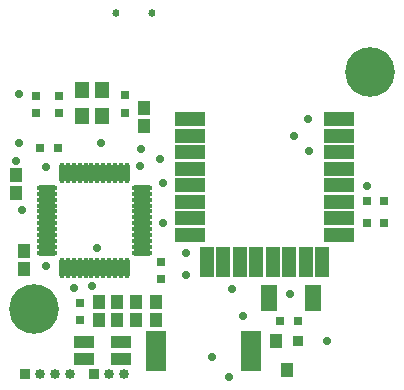
<source format=gbs>
G04*
G04 #@! TF.GenerationSoftware,Altium Limited,Altium Designer,18.1.6 (161)*
G04*
G04 Layer_Color=16711935*
%FSTAX24Y24*%
%MOIN*%
G70*
G01*
G75*
%ADD16R,0.0295X0.0315*%
%ADD18R,0.0315X0.0295*%
%ADD28R,0.0434X0.0454*%
%ADD31C,0.0336*%
%ADD32R,0.0336X0.0336*%
%ADD33C,0.0247*%
%ADD34C,0.0280*%
%ADD35C,0.1655*%
%ADD47R,0.0354X0.0374*%
%ADD50R,0.0472X0.0551*%
%ADD51O,0.0178X0.0690*%
%ADD52O,0.0690X0.0178*%
%ADD53R,0.0474X0.1045*%
%ADD54R,0.1045X0.0474*%
%ADD55R,0.0572X0.0867*%
%ADD56R,0.0434X0.0454*%
%ADD57R,0.0710X0.1340*%
%ADD58R,0.0671X0.0434*%
D16*
X006358Y004488D02*
D03*
Y003898D02*
D03*
X009055Y005856D02*
D03*
Y005266D02*
D03*
X005679Y010797D02*
D03*
Y011388D02*
D03*
X004911D02*
D03*
Y010797D02*
D03*
X007854Y010807D02*
D03*
Y011398D02*
D03*
D18*
X015925Y007156D02*
D03*
X016516D02*
D03*
X015925Y007884D02*
D03*
X016516D02*
D03*
X013642Y003868D02*
D03*
X013051D02*
D03*
X005049Y009646D02*
D03*
X00564D02*
D03*
D28*
X004242Y00874D02*
D03*
Y00815D02*
D03*
X006989Y004498D02*
D03*
Y003907D02*
D03*
X007615Y004498D02*
D03*
Y003907D02*
D03*
X008242Y004498D02*
D03*
Y003907D02*
D03*
X008917Y004498D02*
D03*
Y003907D02*
D03*
X004508Y00561D02*
D03*
Y006201D02*
D03*
X008514Y010965D02*
D03*
Y010374D02*
D03*
D31*
X007825Y002126D02*
D03*
X007325D02*
D03*
X006032Y002116D02*
D03*
X005531D02*
D03*
X005031D02*
D03*
D32*
X006825Y002126D02*
D03*
X004532Y002116D02*
D03*
D33*
X007569Y014144D02*
D03*
X008759Y014154D02*
D03*
D34*
X004242Y009222D02*
D03*
X004341Y011447D02*
D03*
X006161Y004974D02*
D03*
X005246Y005699D02*
D03*
X011447Y004931D02*
D03*
X009902Y005413D02*
D03*
X013366Y004774D02*
D03*
X010758Y002667D02*
D03*
X005226Y009016D02*
D03*
X004341Y009803D02*
D03*
X014596Y003209D02*
D03*
X008377Y009037D02*
D03*
X011804Y004037D02*
D03*
X011348Y002028D02*
D03*
X006949Y006319D02*
D03*
X015925Y008386D02*
D03*
X006754Y005031D02*
D03*
X007069Y009805D02*
D03*
X004421Y00759D02*
D03*
X009911Y006142D02*
D03*
X009124Y007146D02*
D03*
Y008465D02*
D03*
X013514Y010057D02*
D03*
X014016Y009529D02*
D03*
X009038Y009283D02*
D03*
X008408Y009618D02*
D03*
X013986Y01061D02*
D03*
D35*
X004852Y004281D02*
D03*
X016043Y012165D02*
D03*
D47*
X013642Y003228D02*
D03*
D50*
X007106Y011565D02*
D03*
X006437D02*
D03*
Y010699D02*
D03*
X007106D02*
D03*
D51*
X005768Y008819D02*
D03*
X005965D02*
D03*
X006161D02*
D03*
X006358D02*
D03*
X006555D02*
D03*
X006752D02*
D03*
X006949D02*
D03*
X007146D02*
D03*
X007343D02*
D03*
X007539D02*
D03*
X007736D02*
D03*
X007933D02*
D03*
Y00565D02*
D03*
X007736D02*
D03*
X007539D02*
D03*
X007343D02*
D03*
X007146D02*
D03*
X006949D02*
D03*
X006752D02*
D03*
X006555D02*
D03*
X006358D02*
D03*
X006161D02*
D03*
X005965D02*
D03*
X005768D02*
D03*
D52*
X008435Y008317D02*
D03*
Y00812D02*
D03*
Y007923D02*
D03*
Y007726D02*
D03*
Y00753D02*
D03*
Y007333D02*
D03*
Y007136D02*
D03*
Y006939D02*
D03*
Y006742D02*
D03*
Y006545D02*
D03*
Y006348D02*
D03*
Y006152D02*
D03*
X005266D02*
D03*
Y006348D02*
D03*
Y006545D02*
D03*
Y006742D02*
D03*
Y006939D02*
D03*
Y007136D02*
D03*
Y007333D02*
D03*
Y00753D02*
D03*
Y007726D02*
D03*
Y007923D02*
D03*
Y00812D02*
D03*
Y008317D02*
D03*
D53*
X014449Y005846D02*
D03*
X013898D02*
D03*
X013346D02*
D03*
X012795D02*
D03*
X012244D02*
D03*
X011693D02*
D03*
X011142D02*
D03*
X010591D02*
D03*
D54*
X010041Y010608D02*
D03*
Y010057D02*
D03*
Y009506D02*
D03*
Y008955D02*
D03*
Y008404D02*
D03*
Y007852D02*
D03*
Y007301D02*
D03*
Y00675D02*
D03*
X014998D02*
D03*
Y007301D02*
D03*
Y007852D02*
D03*
Y008404D02*
D03*
Y008955D02*
D03*
Y009506D02*
D03*
Y010057D02*
D03*
Y010608D02*
D03*
D55*
X014134Y004636D02*
D03*
X012657D02*
D03*
D56*
X012894Y003228D02*
D03*
X013268Y002244D02*
D03*
D57*
X012067Y002894D02*
D03*
X008917D02*
D03*
D58*
X007726Y003182D02*
D03*
Y002625D02*
D03*
X006506Y003182D02*
D03*
Y002624D02*
D03*
M02*

</source>
